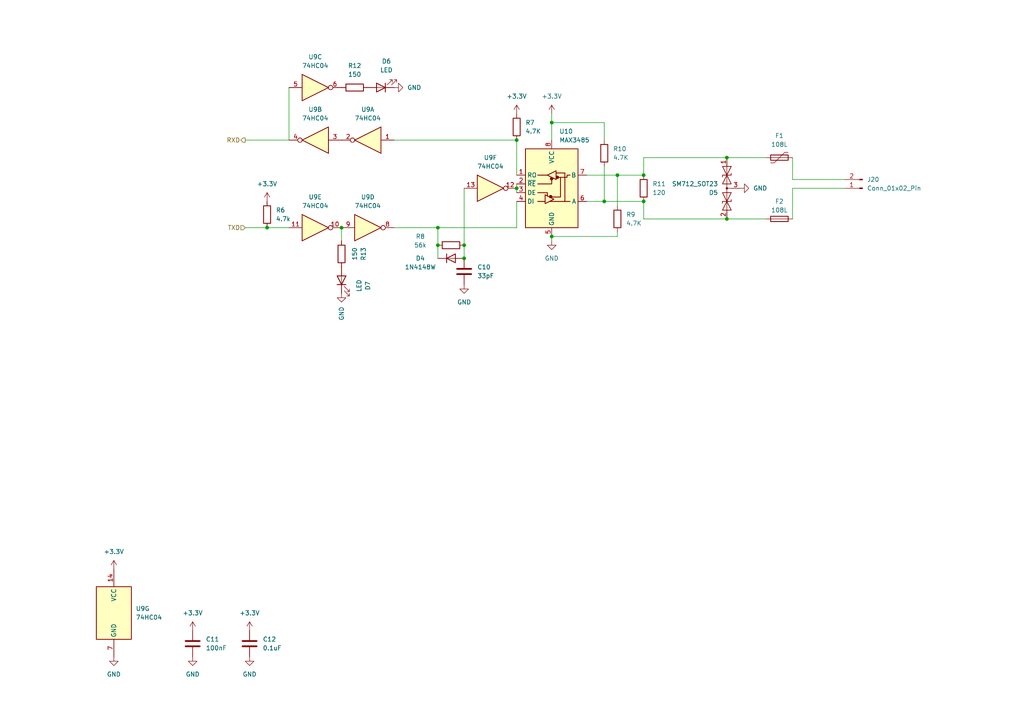
<source format=kicad_sch>
(kicad_sch (version 20230121) (generator eeschema)
  (paper "A4")
  (lib_symbols
    (symbol "74xx:74HC04"
      (property "Reference" "U" (at 0 1.27 0))
      (property "Value" "74HC04" (at 0 -1.27 0))
      (symbol "74HC04_1_0"
        (polyline (pts (xy -3.81 3.81) (xy -3.81 -3.81) (xy 3.81 0) (xy -3.81 3.81)) (stroke (width 0.254)) (fill (type background)))
        (pin input line (at -7.62 0 0) (length 3.81) (name "~") (number "1"))
        (pin output inverted (at 7.62 0 180) (length 3.81) (name "~") (number "2"))
      )
      (symbol "74HC04_2_0"
        (polyline (pts (xy -3.81 3.81) (xy -3.81 -3.81) (xy 3.81 0) (xy -3.81 3.81)) (stroke (width 0.254)) (fill (type background)))
        (pin input line (at -7.62 0 0) (length 3.81) (name "~") (number "3"))
        (pin output inverted (at 7.62 0 180) (length 3.81) (name "~") (number "4"))
      )
      (symbol "74HC04_3_0"
        (polyline (pts (xy -3.81 3.81) (xy -3.81 -3.81) (xy 3.81 0) (xy -3.81 3.81)) (stroke (width 0.254)) (fill (type background)))
        (pin input line (at -7.62 0 0) (length 3.81) (name "~") (number "5"))
        (pin output inverted (at 7.62 0 180) (length 3.81) (name "~") (number "6"))
      )
      (symbol "74HC04_4_0"
        (polyline (pts (xy -3.81 3.81) (xy -3.81 -3.81) (xy 3.81 0) (xy -3.81 3.81)) (stroke (width 0.254)) (fill (type background)))
        (pin output inverted (at 7.62 0 180) (length 3.81) (name "~") (number "8"))
        (pin input line (at -7.62 0 0) (length 3.81) (name "~") (number "9"))
      )
      (symbol "74HC04_5_0"
        (polyline (pts (xy -3.81 3.81) (xy -3.81 -3.81) (xy 3.81 0) (xy -3.81 3.81)) (stroke (width 0.254)) (fill (type background)))
        (pin output inverted (at 7.62 0 180) (length 3.81) (name "~") (number "10"))
        (pin input line (at -7.62 0 0) (length 3.81) (name "~") (number "11"))
      )
      (symbol "74HC04_6_0"
        (polyline (pts (xy -3.81 3.81) (xy -3.81 -3.81) (xy 3.81 0) (xy -3.81 3.81)) (stroke (width 0.254)) (fill (type background)))
        (pin output inverted (at 7.62 0 180) (length 3.81) (name "~") (number "12"))
        (pin input line (at -7.62 0 0) (length 3.81) (name "~") (number "13"))
      )
      (symbol "74HC04_7_0"
        (pin power_in line (at 0 12.7 270) (length 5.08) (name "VCC") (number "14"))
        (pin power_in line (at 0 -12.7 90) (length 5.08) (name "GND") (number "7"))
      )
      (symbol "74HC04_7_1"
        (rectangle (start -5.08 7.62) (end 5.08 -7.62) (stroke (width 0.254)) (fill (type background)))
      )
    )
    (symbol "Connector:Conn_01x02_Pin" (pin_names (offset 1.016) hide)
      (property "Reference" "J" (at 0 2.54 0))
      (property "Value" "Conn_01x02_Pin" (at 0 -5.08 0))
      (symbol "Conn_01x02_Pin_1_1"
        (polyline (pts (xy 1.27 -2.54) (xy 0.8636 -2.54)) (stroke (width 0.1524)))
        (polyline (pts (xy 1.27 0) (xy 0.8636 0)) (stroke (width 0.1524)))
        (rectangle (start 0.8636 -2.413) (end 0 -2.667) (stroke (width 0.1524)) (fill (type outline)))
        (rectangle (start 0.8636 0.127) (end 0 -0.127) (stroke (width 0.1524)) (fill (type outline)))
        (pin passive line (at 5.08 0 180) (length 3.81) (name "Pin_1") (number "1"))
        (pin passive line (at 5.08 -2.54 180) (length 3.81) (name "Pin_2") (number "2"))
      )
    )
    (symbol "Device:C" (pin_numbers hide) (pin_names (offset 0.254))
      (property "Reference" "C" (at 0.635 2.54 0))
      (property "Value" "C" (at 0.635 -2.54 0))
      (symbol "C_0_1"
        (polyline (pts (xy -2.032 -0.762) (xy 2.032 -0.762)) (stroke (width 0.508)))
        (polyline (pts (xy -2.032 0.762) (xy 2.032 0.762)) (stroke (width 0.508)))
      )
      (symbol "C_1_1"
        (pin passive line (at 0 3.81 270) (length 2.794) (name "~") (number "1"))
        (pin passive line (at 0 -3.81 90) (length 2.794) (name "~") (number "2"))
      )
    )
    (symbol "Device:Fuse" (pin_numbers hide) (pin_names (offset 0))
      (property "Reference" "F" (at 2.032 0 90))
      (property "Value" "Fuse" (at -1.905 0 90))
      (symbol "Fuse_0_1"
        (rectangle (start -0.762 -2.54) (end 0.762 2.54) (stroke (width 0.254)))
        (polyline (pts (xy 0 2.54) (xy 0 -2.54)))
      )
      (symbol "Fuse_1_1"
        (pin passive line (at 0 3.81 270) (length 1.27) (name "~") (number "1"))
        (pin passive line (at 0 -3.81 90) (length 1.27) (name "~") (number "2"))
      )
    )
    (symbol "Device:LED" (pin_numbers hide) (pin_names (offset 1.016) hide)
      (property "Reference" "D" (at 0 2.54 0))
      (property "Value" "LED" (at 0 -2.54 0))
      (symbol "LED_0_1"
        (polyline (pts (xy -1.27 -1.27) (xy -1.27 1.27)) (stroke (width 0.254)))
        (polyline (pts (xy -1.27 0) (xy 1.27 0)))
        (polyline (pts (xy 1.27 -1.27) (xy 1.27 1.27) (xy -1.27 0) (xy 1.27 -1.27)) (stroke (width 0.254)))
        (polyline (pts (xy -3.048 -0.762) (xy -4.572 -2.286) (xy -3.81 -2.286) (xy -4.572 -2.286) (xy -4.572 -1.524)))
        (polyline (pts (xy -1.778 -0.762) (xy -3.302 -2.286) (xy -2.54 -2.286) (xy -3.302 -2.286) (xy -3.302 -1.524)))
      )
      (symbol "LED_1_1"
        (pin passive line (at -3.81 0 0) (length 2.54) (name "K") (number "1"))
        (pin passive line (at 3.81 0 180) (length 2.54) (name "A") (number "2"))
      )
    )
    (symbol "Device:Polyfuse" (pin_numbers hide) (pin_names (offset 0))
      (property "Reference" "F" (at -2.54 0 90))
      (property "Value" "Polyfuse" (at 2.54 0 90))
      (symbol "Polyfuse_0_1"
        (rectangle (start -0.762 2.54) (end 0.762 -2.54) (stroke (width 0.254)))
        (polyline (pts (xy 0 2.54) (xy 0 -2.54)))
        (polyline (pts (xy -1.524 2.54) (xy -1.524 1.524) (xy 1.524 -1.524) (xy 1.524 -2.54)))
      )
      (symbol "Polyfuse_1_1"
        (pin passive line (at 0 3.81 270) (length 1.27) (name "~") (number "1"))
        (pin passive line (at 0 -3.81 90) (length 1.27) (name "~") (number "2"))
      )
    )
    (symbol "Device:R" (pin_numbers hide) (pin_names (offset 0))
      (property "Reference" "R" (at 2.032 0 90))
      (property "Value" "R" (at 0 0 90))
      (symbol "R_0_1"
        (rectangle (start -1.016 -2.54) (end 1.016 2.54) (stroke (width 0.254)))
      )
      (symbol "R_1_1"
        (pin passive line (at 0 3.81 270) (length 1.27) (name "~") (number "1"))
        (pin passive line (at 0 -3.81 90) (length 1.27) (name "~") (number "2"))
      )
    )
    (symbol "Diode:1N4148W" (pin_numbers hide) (pin_names hide)
      (property "Reference" "D" (at 0 2.54 0))
      (property "Value" "1N4148W" (at 0 -2.54 0))
      (symbol "1N4148W_0_1"
        (polyline (pts (xy -1.27 1.27) (xy -1.27 -1.27)) (stroke (width 0.254)))
        (polyline (pts (xy 1.27 0) (xy -1.27 0)))
        (polyline (pts (xy 1.27 1.27) (xy 1.27 -1.27) (xy -1.27 0) (xy 1.27 1.27)) (stroke (width 0.254)))
      )
      (symbol "1N4148W_1_1"
        (pin passive line (at -3.81 0 0) (length 2.54) (name "K") (number "1"))
        (pin passive line (at 3.81 0 180) (length 2.54) (name "A") (number "2"))
      )
    )
    (symbol "Diode:SM712_SOT23" (pin_names (offset 1.016) hide)
      (property "Reference" "D" (at 0 4.445 0))
      (property "Value" "SM712_SOT23" (at 0 2.54 0))
      (symbol "SM712_SOT23_0_0"
        (polyline (pts (xy 0 -1.27) (xy 0 0)))
      )
      (symbol "SM712_SOT23_0_1"
        (polyline (pts (xy -6.35 0) (xy 6.35 0)))
        (polyline (pts (xy -3.302 1.27) (xy -3.81 1.27) (xy -3.81 -1.27) (xy -4.318 -1.27)) (stroke (width 0.2032)))
        (polyline (pts (xy 4.318 1.27) (xy 3.81 1.27) (xy 3.81 -1.27) (xy 3.302 -1.27)) (stroke (width 0.2032)))
        (polyline (pts (xy -6.35 -1.27) (xy -1.27 1.27) (xy -1.27 -1.27) (xy -6.35 1.27) (xy -6.35 -1.27)) (stroke (width 0.2032)))
        (polyline (pts (xy 1.27 -1.27) (xy 1.27 1.27) (xy 6.35 -1.27) (xy 6.35 1.27) (xy 1.27 -1.27)) (stroke (width 0.2032)))
        (circle (center 0 0) (radius 0.254) (fill (type outline)))
      )
      (symbol "SM712_SOT23_1_1"
        (pin passive line (at -8.89 0 0) (length 2.54) (name "A1") (number "1"))
        (pin passive line (at 8.89 0 180) (length 2.54) (name "A2") (number "2"))
        (pin input line (at 0 -3.81 90) (length 2.54) (name "common") (number "3"))
      )
    )
    (symbol "Interface_UART:MAX3485"
      (property "Reference" "U" (at -6.096 11.43 0))
      (property "Value" "MAX3485" (at 0.762 11.43 0))
      (symbol "MAX3485_0_1"
        (rectangle (start -7.62 10.16) (end 7.62 -12.7) (stroke (width 0.254)) (fill (type background)))
        (circle (center -0.3048 -3.683) (radius 0.3556) (stroke (width 0.254)) (fill (type outline)))
        (circle (center -0.0254 1.4986) (radius 0.3556) (stroke (width 0.254)) (fill (type outline)))
        (polyline (pts (xy -4.064 -5.08) (xy -1.905 -5.08)) (stroke (width 0.254)))
        (polyline (pts (xy -4.064 2.54) (xy -1.27 2.54)) (stroke (width 0.254)))
        (polyline (pts (xy -1.27 -3.2004) (xy -1.27 -3.4544)) (stroke (width 0.254)))
        (polyline (pts (xy -0.635 -5.08) (xy 5.334 -5.08)) (stroke (width 0.254)))
        (polyline (pts (xy -4.064 -2.54) (xy -1.27 -2.54) (xy -1.27 -3.175)) (stroke (width 0.254)))
        (polyline (pts (xy 0 1.27) (xy 0 0) (xy -4.064 0)) (stroke (width 0.254)))
        (polyline (pts (xy 1.27 3.175) (xy 3.81 3.175) (xy 3.81 -5.08)) (stroke (width 0.254)))
        (polyline (pts (xy 2.54 1.905) (xy 2.54 -3.81) (xy 0 -3.81)) (stroke (width 0.254)))
        (polyline (pts (xy -1.905 -3.175) (xy -1.905 -5.715) (xy 0.635 -4.445) (xy -1.905 -3.175)) (stroke (width 0.254)))
        (polyline (pts (xy -1.27 2.54) (xy 1.27 3.81) (xy 1.27 1.27) (xy -1.27 2.54)) (stroke (width 0.254)))
        (polyline (pts (xy 1.905 1.905) (xy 4.445 1.905) (xy 4.445 2.54) (xy 5.334 2.54)) (stroke (width 0.254)))
        (rectangle (start 1.27 3.175) (end 1.27 3.175))
        (circle (center 1.651 1.905) (radius 0.3556) (stroke (width 0.254)) (fill (type outline)))
      )
      (symbol "MAX3485_1_1"
        (pin output line (at -10.16 2.54 0) (length 2.54) (name "RO") (number "1"))
        (pin input line (at -10.16 0 0) (length 2.54) (name "~{RE}") (number "2"))
        (pin input line (at -10.16 -2.54 0) (length 2.54) (name "DE") (number "3"))
        (pin input line (at -10.16 -5.08 0) (length 2.54) (name "DI") (number "4"))
        (pin power_in line (at 0 -15.24 90) (length 2.54) (name "GND") (number "5"))
        (pin bidirectional line (at 10.16 -5.08 180) (length 2.54) (name "A") (number "6"))
        (pin bidirectional line (at 10.16 2.54 180) (length 2.54) (name "B") (number "7"))
        (pin power_in line (at 0 12.7 270) (length 2.54) (name "VCC") (number "8"))
      )
    )
    (symbol "power:+3.3V" (power) (pin_names (offset 0))
      (property "Value" "+3.3V" (at 0 3.556 0))
      (symbol "+3.3V_0_1"
        (polyline (pts (xy -0.762 1.27) (xy 0 2.54)))
        (polyline (pts (xy 0 0) (xy 0 2.54)))
        (polyline (pts (xy 0 2.54) (xy 0.762 1.27)))
      )
      (symbol "+3.3V_1_1"
        (pin power_in line (at 0 0 90) (length 0) hide (name "+3.3V") (number "1"))
      )
    )
    (symbol "power:GND" (power) (pin_names (offset 0))
      (property "Value" "GND" (at 0 -3.81 0))
      (symbol "GND_0_1"
        (polyline (pts (xy 0 0) (xy 0 -1.27) (xy 1.27 -1.27) (xy 0 -2.54) (xy -1.27 -1.27) (xy 0 -1.27)))
      )
      (symbol "GND_1_1"
        (pin power_in line (at 0 0 270) (length 0) hide (name "GND") (number "1"))
      )
    )
  )
  (junction (at 186.69 50.8))
  (junction (at 149.86 54.61))
  (junction (at 160.02 35.56))
  (junction (at 186.69 58.42))
  (junction (at 210.82 45.72))
  (junction (at 99.06 66.04))
  (junction (at 77.47 66.04))
  (junction (at 179.07 50.8))
  (junction (at 160.02 68.58))
  (junction (at 127 66.04))
  (junction (at 134.62 74.93))
  (junction (at 149.86 40.64))
  (junction (at 210.82 63.5))
  (junction (at 127 71.12))
  (junction (at 134.62 71.12))
  (junction (at 175.26 58.42))
  (wire (pts (xy 186.69 45.72) (xy 186.69 50.8)))
  (wire (pts (xy 83.82 25.4) (xy 83.82 40.64)))
  (wire (pts (xy 229.87 45.72) (xy 229.87 52.07)))
  (wire (pts (xy 175.26 58.42) (xy 186.69 58.42)))
  (wire (pts (xy 149.86 66.04) (xy 149.86 58.42)))
  (wire (pts (xy 127 66.04) (xy 127 71.12)))
  (wire (pts (xy 99.06 66.04) (xy 99.06 69.85)))
  (wire (pts (xy 229.87 52.07) (xy 245.11 52.07)))
  (wire (pts (xy 149.86 54.61) (xy 149.86 55.88)))
  (wire (pts (xy 229.87 54.61) (xy 229.87 63.5)))
  (wire (pts (xy 210.82 63.5) (xy 222.25 63.5)))
  (wire (pts (xy 127 66.04) (xy 149.86 66.04)))
  (wire (pts (xy 175.26 35.56) (xy 175.26 40.64)))
  (wire (pts (xy 127 71.12) (xy 127 74.93)))
  (wire (pts (xy 186.69 63.5) (xy 210.82 63.5)))
  (wire (pts (xy 71.12 40.64) (xy 83.82 40.64)))
  (wire (pts (xy 179.07 67.31) (xy 179.07 68.58)))
  (wire (pts (xy 160.02 33.02) (xy 160.02 35.56)))
  (wire (pts (xy 179.07 59.69) (xy 179.07 50.8)))
  (wire (pts (xy 149.86 53.34) (xy 149.86 54.61)))
  (wire (pts (xy 210.82 45.72) (xy 222.25 45.72)))
  (wire (pts (xy 186.69 45.72) (xy 210.82 45.72)))
  (wire (pts (xy 170.18 58.42) (xy 175.26 58.42)))
  (wire (pts (xy 114.3 66.04) (xy 127 66.04)))
  (wire (pts (xy 134.62 71.12) (xy 134.62 54.61)))
  (wire (pts (xy 134.62 74.93) (xy 134.62 71.12)))
  (wire (pts (xy 229.87 54.61) (xy 245.11 54.61)))
  (wire (pts (xy 175.26 58.42) (xy 175.26 48.26)))
  (wire (pts (xy 149.86 40.64) (xy 114.3 40.64)))
  (wire (pts (xy 179.07 50.8) (xy 186.69 50.8)))
  (wire (pts (xy 160.02 35.56) (xy 175.26 35.56)))
  (wire (pts (xy 160.02 68.58) (xy 179.07 68.58)))
  (wire (pts (xy 179.07 50.8) (xy 170.18 50.8)))
  (wire (pts (xy 160.02 35.56) (xy 160.02 40.64)))
  (wire (pts (xy 71.12 66.04) (xy 77.47 66.04)))
  (wire (pts (xy 77.47 66.04) (xy 83.82 66.04)))
  (wire (pts (xy 186.69 63.5) (xy 186.69 58.42)))
  (wire (pts (xy 160.02 69.85) (xy 160.02 68.58)))
  (wire (pts (xy 149.86 50.8) (xy 149.86 40.64)))
  (hierarchical_label "RXD" (shape output) (at 71.12 40.64 180))
  (hierarchical_label "TXD" (shape input) (at 71.12 66.04 180))
  (symbol (lib_id "Device:R") (at 77.47 62.23 0) (unit 1)
    (property "Reference" "R6" (at 80.01 60.96 0) (effects (justify left)))
    (property "Value" "4.7k" (at 80.01 63.5 0) (effects (justify left)))
    (property "Footprint" "Resistor_SMD:R_1206_3216Metric_Pad1.30x1.75mm_HandSolder" (effects hide))
    (property "LCSC" "C17936" (effects hide))
    (instances (project "HUB75HAT" (path "" (reference "R6") (unit 1)) (path "" (reference "R16") (unit 1))))
  )
  (symbol (lib_id "Device:R") (at 179.07 63.5 0) (unit 1)
    (property "Reference" "R9" (at 181.61 62.23 0) (effects (justify left)))
    (property "Value" "4.7K" (at 181.61 64.77 0) (effects (justify left)))
    (property "Footprint" "Resistor_SMD:R_1206_3216Metric_Pad1.30x1.75mm_HandSolder" (effects hide))
    (property "LCSC" "C17936" (effects hide))
    (instances (project "HUB75HAT" (path "" (reference "R9") (unit 1)) (path "" (reference "R20") (unit 1))))
  )
  (symbol (lib_id "Diode:SM712_SOT23") (at 210.82 54.61 90) (mirror x) (unit 1)
    (property "Reference" "D5" (at 208.28 55.88 90) (effects (justify left)))
    (property "Value" "SM712_SOT23" (at 208.28 53.34 90) (effects (justify left)))
    (property "Footprint" "Package_TO_SOT_SMD:SOT-23" (effects hide))
    (property "Datasheet" "https://www.littelfuse.com/~/media/electronics/datasheets/tvs_diode_arrays/littelfuse_tvs_diode_array_sm712_datasheet.pdf.pdf" (effects hide))
    (property "LCSC" "C2687124" (effects hide))
    (instances (project "HUB75HAT" (path "" (reference "D5") (unit 1)) (path "" (reference "D11") (unit 1))))
  )
  (symbol (lib_id "power:GND") (at 72.39 190.5 0) (unit 1)
    (property "Reference" "#PWR082" (effects hide))
    (property "Value" "GND" (at 72.39 195.58 0))
    (instances (project "HUB75HAT" (path "" (reference "#PWR082") (unit 1)) (path "" (reference "#PWR095") (unit 1))))
  )
  (symbol (lib_id "74xx:74HC04") (at 91.44 25.4 0) (unit 3)
    (property "Reference" "U9" (at 91.44 16.51 0))
    (property "Value" "74HC04" (at 91.44 19.05 0))
    (property "Footprint" "Package_SO:SOIC-14_3.9x8.7mm_P1.27mm" (effects hide))
    (property "Datasheet" "https://assets.nexperia.com/documents/data-sheet/74HC_HCT04.pdf" (effects hide))
    (instances (project "HUB75HAT" (path "" (reference "U9") (unit 3)) (path "" (reference "U11") (unit 3))))
  )
  (symbol (lib_id "power:GND") (at 33.02 190.5 0) (unit 1)
    (property "Reference" "#PWR080" (effects hide))
    (property "Value" "GND" (at 33.02 195.58 0))
    (instances (project "HUB75HAT" (path "" (reference "#PWR080") (unit 1)) (path "" (reference "#PWR089") (unit 1))))
  )
  (symbol (lib_id "Device:LED") (at 110.49 25.4 180) (unit 1)
    (property "Reference" "D6" (at 112.0775 17.78 0))
    (property "Value" "LED" (at 112.0775 20.32 0))
    (property "Footprint" "LED_SMD:LED_1206_3216Metric_Pad1.42x1.75mm_HandSolder" (effects hide))
    (instances (project "HUB75HAT" (path "" (reference "D6") (unit 1)) (path "" (reference "D8") (unit 1))))
  )
  (symbol (lib_id "power:GND") (at 160.02 69.85 0) (unit 1)
    (property "Reference" "#PWR078" (effects hide))
    (property "Value" "GND" (at 160.02 74.93 0))
    (instances (project "HUB75HAT" (path "" (reference "#PWR078") (unit 1)) (path "" (reference "#PWR0100") (unit 1))))
  )
  (symbol (lib_id "power:GND") (at 214.63 54.61 90) (unit 1)
    (property "Reference" "#PWR085" (effects hide))
    (property "Value" "GND" (at 218.44 54.61 90) (effects (justify right)))
    (instances (project "HUB75HAT" (path "" (reference "#PWR085") (unit 1)) (path "" (reference "#PWR0101") (unit 1))))
  )
  (symbol (lib_id "Device:Polyfuse") (at 226.06 45.72 90) (unit 1)
    (property "Reference" "F1" (at 226.06 39.37 90))
    (property "Value" "108L" (at 226.06 41.91 90))
    (property "Footprint" "Fuse:Fuse_1812_4532Metric_Pad1.30x3.40mm_HandSolder" (effects hide))
    (property "LCSC" "C782760" (effects hide))
    (instances (project "HUB75HAT" (path "" (reference "F1") (unit 1)) (path "" (reference "F3") (unit 1))))
  )
  (symbol (lib_id "Connector:Conn_01x02_Pin") (at 250.19 54.61 180) (unit 1)
    (property "Reference" "J20" (at 251.46 52.07 0) (effects (justify right)))
    (property "Value" "Conn_01x02_Pin" (at 251.46 54.61 0) (effects (justify right)))
    (instances (project "HUB75HAT" (path "" (reference "J20") (unit 1)) (path "" (reference "J21") (unit 1))))
  )
  (symbol (lib_id "74xx:74HC04") (at 91.44 66.04 0) (unit 5)
    (property "Reference" "U9" (at 91.44 57.15 0))
    (property "Value" "74HC04" (at 91.44 59.69 0))
    (property "Footprint" "Package_SO:SOIC-14_3.9x8.7mm_P1.27mm" (effects hide))
    (property "Datasheet" "https://assets.nexperia.com/documents/data-sheet/74HC_HCT04.pdf" (effects hide))
    (instances (project "HUB75HAT" (path "" (reference "U9") (unit 5)) (path "" (reference "U11") (unit 5))))
  )
  (symbol (lib_id "Device:R") (at 102.87 25.4 90) (unit 1)
    (property "Reference" "R12" (at 102.87 19.05 90))
    (property "Value" "150" (at 102.87 21.59 90))
    (property "Footprint" "Resistor_SMD:R_0805_2012Metric_Pad1.20x1.40mm_HandSolder" (effects hide))
    (property "LCSC" "C17471" (effects hide))
    (instances (project "HUB75HAT" (path "" (reference "R12") (unit 1)) (path "" (reference "R14") (unit 1))))
  )
  (symbol (lib_id "Device:C") (at 134.62 78.74 0) (unit 1)
    (property "Reference" "C10" (at 138.43 77.47 0) (effects (justify left)))
    (property "Value" "33pF" (at 138.43 80.01 0) (effects (justify left)))
    (property "Footprint" "Capacitor_SMD:C_0603_1608Metric_Pad1.08x0.95mm_HandSolder" (effects hide))
    (property "LCSC" "C1663" (effects hide))
    (instances (project "HUB75HAT" (path "" (reference "C10") (unit 1)) (path "" (reference "C15") (unit 1))))
  )
  (symbol (lib_id "power:+3.3V") (at 149.86 33.02 0) (unit 1)
    (property "Reference" "#PWR075" (effects hide))
    (property "Value" "+3.3V" (at 149.86 27.94 0))
    (instances (project "HUB75HAT" (path "" (reference "#PWR075") (unit 1)) (path "" (reference "#PWR098") (unit 1))))
  )
  (symbol (lib_id "power:+3.3V") (at 160.02 33.02 0) (unit 1)
    (property "Reference" "#PWR076" (effects hide))
    (property "Value" "+3.3V" (at 160.02 27.94 0))
    (instances (project "HUB75HAT" (path "" (reference "#PWR076") (unit 1)) (path "" (reference "#PWR099") (unit 1))))
  )
  (symbol (lib_id "power:GND") (at 99.06 85.09 0) (unit 1)
    (property "Reference" "#PWR087" (effects hide))
    (property "Value" "GND" (at 99.06 88.9 90) (effects (justify right)))
    (instances (project "HUB75HAT" (path "" (reference "#PWR087") (unit 1)) (path "" (reference "#PWR093") (unit 1))))
  )
  (symbol (lib_id "Device:R") (at 186.69 54.61 0) (unit 1)
    (property "Reference" "R11" (at 189.23 53.34 0) (effects (justify left)))
    (property "Value" "120" (at 189.23 55.88 0) (effects (justify left)))
    (property "Footprint" "Resistor_SMD:R_1206_3216Metric_Pad1.30x1.75mm_HandSolder" (effects hide))
    (property "LCSC" "C17909" (effects hide))
    (instances (project "HUB75HAT" (path "" (reference "R11") (unit 1)) (path "" (reference "R21") (unit 1))))
  )
  (symbol (lib_id "Device:Fuse") (at 226.06 63.5 270) (unit 1)
    (property "Reference" "F2" (at 226.06 58.42 90))
    (property "Value" "108L" (at 226.06 60.96 90))
    (property "Footprint" "Fuse:Fuse_1812_4532Metric_Pad1.30x3.40mm_HandSolder" (effects hide))
    (property "LCSC" "C782760" (effects hide))
    (instances (project "HUB75HAT" (path "" (reference "F2") (unit 1)) (path "" (reference "F4") (unit 1))))
  )
  (symbol (lib_id "power:+3.3V") (at 72.39 182.88 0) (unit 1)
    (property "Reference" "#PWR084" (effects hide))
    (property "Value" "+3.3V" (at 72.39 177.8 0))
    (instances (project "HUB75HAT" (path "" (reference "#PWR084") (unit 1)) (path "" (reference "#PWR094") (unit 1))))
  )
  (symbol (lib_id "74xx:74HC04") (at 91.44 40.64 180) (unit 2)
    (property "Reference" "U9" (at 91.44 31.75 0))
    (property "Value" "74HC04" (at 91.44 34.29 0))
    (property "Footprint" "Package_SO:SOIC-14_3.9x8.7mm_P1.27mm" (effects hide))
    (property "Datasheet" "https://assets.nexperia.com/documents/data-sheet/74HC_HCT04.pdf" (effects hide))
    (instances (project "HUB75HAT" (path "" (reference "U9") (unit 2)) (path "" (reference "U11") (unit 2))))
  )
  (symbol (lib_id "power:GND") (at 55.88 190.5 0) (unit 1)
    (property "Reference" "#PWR081" (effects hide))
    (property "Value" "GND" (at 55.88 195.58 0))
    (instances (project "HUB75HAT" (path "" (reference "#PWR081") (unit 1)) (path "" (reference "#PWR091") (unit 1))))
  )
  (symbol (lib_id "power:+3.3V") (at 55.88 182.88 0) (unit 1)
    (property "Reference" "#PWR083" (effects hide))
    (property "Value" "+3.3V" (at 55.88 177.8 0))
    (instances (project "HUB75HAT" (path "" (reference "#PWR083") (unit 1)) (path "" (reference "#PWR090") (unit 1))))
  )
  (symbol (lib_id "74xx:74HC04") (at 106.68 66.04 0) (unit 4)
    (property "Reference" "U9" (at 106.68 57.15 0))
    (property "Value" "74HC04" (at 106.68 59.69 0))
    (property "Footprint" "Package_SO:SOIC-14_3.9x8.7mm_P1.27mm" (effects hide))
    (property "Datasheet" "https://assets.nexperia.com/documents/data-sheet/74HC_HCT04.pdf" (effects hide))
    (instances (project "HUB75HAT" (path "" (reference "U9") (unit 4)) (path "" (reference "U11") (unit 4))))
  )
  (symbol (lib_id "Device:LED") (at 99.06 81.28 90) (unit 1)
    (property "Reference" "D7" (at 106.68 82.8675 0))
    (property "Value" "LED" (at 104.14 82.8675 0))
    (property "Footprint" "LED_SMD:LED_1206_3216Metric_Pad1.42x1.75mm_HandSolder" (effects hide))
    (instances (project "HUB75HAT" (path "" (reference "D7") (unit 1)) (path "" (reference "D9") (unit 1))))
  )
  (symbol (lib_id "Device:C") (at 72.39 186.69 0) (unit 1)
    (property "Reference" "C12" (at 76.2 185.42 0) (effects (justify left)))
    (property "Value" "0.1uF" (at 76.2 187.96 0) (effects (justify left)))
    (property "Footprint" "Capacitor_SMD:C_1206_3216Metric_Pad1.33x1.80mm_HandSolder" (effects hide))
    (property "LCSC" "C24497" (effects hide))
    (instances (project "HUB75HAT" (path "" (reference "C12") (unit 1)) (path "" (reference "C14") (unit 1))))
  )
  (symbol (lib_id "power:+3.3V") (at 77.47 58.42 0) (unit 1)
    (property "Reference" "#PWR074" (effects hide))
    (property "Value" "+3.3V" (at 77.47 53.34 0))
    (instances (project "HUB75HAT" (path "" (reference "#PWR074") (unit 1)) (path "" (reference "#PWR096") (unit 1))))
  )
  (symbol (lib_id "power:+3.3V") (at 33.02 165.1 0) (unit 1)
    (property "Reference" "#PWR079" (effects hide))
    (property "Value" "+3.3V" (at 33.02 160.02 0))
    (instances (project "HUB75HAT" (path "" (reference "#PWR079") (unit 1)) (path "" (reference "#PWR088") (unit 1))))
  )
  (symbol (lib_id "Interface_UART:MAX3485") (at 160.02 53.34 0) (unit 1)
    (property "Reference" "U10" (at 162.2141 38.1 0) (effects (justify left)))
    (property "Value" "MAX3485" (at 162.2141 40.64 0) (effects (justify left)))
    (property "Footprint" "Package_SO:SOIC-8_3.9x4.9mm_P1.27mm" (effects hide))
    (property "Datasheet" "https://datasheets.maximintegrated.com/en/ds/MAX3483-MAX3491.pdf" (effects hide))
    (property "LCSC" "C8963" (effects hide))
    (instances (project "HUB75HAT" (path "" (reference "U10") (unit 1)) (path "" (reference "U12") (unit 1))))
  )
  (symbol (lib_id "74xx:74HC04") (at 106.68 40.64 180) (unit 1)
    (property "Reference" "U9" (at 106.68 31.75 0))
    (property "Value" "74HC04" (at 106.68 34.29 0))
    (property "Footprint" "Package_SO:SOIC-14_3.9x8.7mm_P1.27mm" (effects hide))
    (property "Datasheet" "https://assets.nexperia.com/documents/data-sheet/74HC_HCT04.pdf" (effects hide))
    (instances (project "HUB75HAT" (path "" (reference "U9") (unit 1)) (path "" (reference "U11") (unit 1))))
  )
  (symbol (lib_id "Device:R") (at 175.26 44.45 0) (unit 1)
    (property "Reference" "R10" (at 177.8 43.18 0) (effects (justify left)))
    (property "Value" "4.7K" (at 177.8 45.72 0) (effects (justify left)))
    (property "Footprint" "Resistor_SMD:R_1206_3216Metric_Pad1.30x1.75mm_HandSolder" (effects hide))
    (property "LCSC" "C17936" (effects hide))
    (instances (project "HUB75HAT" (path "" (reference "R10") (unit 1)) (path "" (reference "R19") (unit 1))))
  )
  (symbol (lib_id "74xx:74HC04") (at 33.02 177.8 0) (unit 7)
    (property "Reference" "U9" (at 39.37 176.53 0) (effects (justify left)))
    (property "Value" "74HC04" (at 39.37 179.07 0) (effects (justify left)))
    (property "Footprint" "Package_SO:SOIC-14_3.9x8.7mm_P1.27mm" (effects hide))
    (property "Datasheet" "https://assets.nexperia.com/documents/data-sheet/74HC_HCT04.pdf" (effects hide))
    (instances (project "HUB75HAT" (path "" (reference "U9") (unit 7)) (path "" (reference "U11") (unit 7))))
  )
  (symbol (lib_id "Device:R") (at 149.86 36.83 0) (unit 1)
    (property "Reference" "R7" (at 152.4 35.56 0) (effects (justify left)))
    (property "Value" "4.7K" (at 152.4 38.1 0) (effects (justify left)))
    (property "Footprint" "Resistor_SMD:R_1206_3216Metric_Pad1.30x1.75mm_HandSolder" (effects hide))
    (property "LCSC" "C17936" (effects hide))
    (instances (project "HUB75HAT" (path "" (reference "R7") (unit 1)) (path "" (reference "R18") (unit 1))))
  )
  (symbol (lib_id "74xx:74HC04") (at 142.24 54.61 0) (unit 6)
    (property "Reference" "U9" (at 142.24 45.72 0))
    (property "Value" "74HC04" (at 142.24 48.26 0))
    (property "Footprint" "Package_SO:SOIC-14_3.9x8.7mm_P1.27mm" (effects hide))
    (property "Datasheet" "https://assets.nexperia.com/documents/data-sheet/74HC_HCT04.pdf" (effects hide))
    (instances (project "HUB75HAT" (path "" (reference "U9") (unit 6)) (path "" (reference "U11") (unit 6))))
  )
  (symbol (lib_id "power:GND") (at 134.62 82.55 0) (unit 1)
    (property "Reference" "#PWR077" (effects hide))
    (property "Value" "GND" (at 134.62 87.63 0))
    (instances (project "HUB75HAT" (path "" (reference "#PWR077") (unit 1)) (path "" (reference "#PWR097") (unit 1))))
  )
  (symbol (lib_id "Device:C") (at 55.88 186.69 0) (unit 1)
    (property "Reference" "C11" (at 59.69 185.42 0) (effects (justify left)))
    (property "Value" "100nF" (at 59.69 187.96 0) (effects (justify left)))
    (property "Footprint" "Capacitor_SMD:C_1206_3216Metric_Pad1.33x1.80mm_HandSolder" (effects hide))
    (property "LCSC" "C24497" (effects hide))
    (instances (project "HUB75HAT" (path "" (reference "C11") (unit 1)) (path "" (reference "C13") (unit 1))))
  )
  (symbol (lib_id "Device:R") (at 99.06 73.66 0) (unit 1)
    (property "Reference" "R13" (at 105.41 73.66 90))
    (property "Value" "150" (at 102.87 73.66 90))
    (property "Footprint" "Resistor_SMD:R_0805_2012Metric_Pad1.20x1.40mm_HandSolder" (effects hide))
    (property "LCSC" "C17471" (effects hide))
    (instances (project "HUB75HAT" (path "" (reference "R13") (unit 1)) (path "" (reference "R15") (unit 1))))
  )
  (symbol (lib_id "power:GND") (at 114.3 25.4 90) (unit 1)
    (property "Reference" "#PWR086" (effects hide))
    (property "Value" "GND" (at 118.11 25.4 90) (effects (justify right)))
    (instances (project "HUB75HAT" (path "" (reference "#PWR086") (unit 1)) (path "" (reference "#PWR092") (unit 1))))
  )
  (symbol (lib_id "Device:R") (at 130.81 71.12 90) (unit 1)
    (property "Reference" "R8" (at 121.92 68.58 90))
    (property "Value" "56k" (at 121.92 71.12 90))
    (property "Footprint" "Resistor_SMD:R_0603_1608Metric_Pad0.98x0.95mm_HandSolder" (effects hide))
    (property "LCSC" "C23206" (effects hide))
    (instances (project "HUB75HAT" (path "" (reference "R8") (unit 1)) (path "" (reference "R17") (unit 1))))
  )
  (symbol (lib_id "Diode:1N4148W") (at 130.81 74.93 0) (unit 1)
    (property "Reference" "D4" (at 121.92 74.93 0))
    (property "Value" "1N4148W" (at 121.92 77.47 0))
    (property "Footprint" "Diode_SMD:D_SOD-123" (effects hide))
    (property "Datasheet" "https://www.vishay.com/docs/85748/1n4148w.pdf" (effects hide))
    (property "Sim.Device" "D" (effects hide))
    (property "Sim.Pins" "1=K 2=A" (effects hide))
    (instances (project "HUB75HAT" (path "" (reference "D4") (unit 1)) (path "" (reference "D10") (unit 1))))
  )
)
</source>
